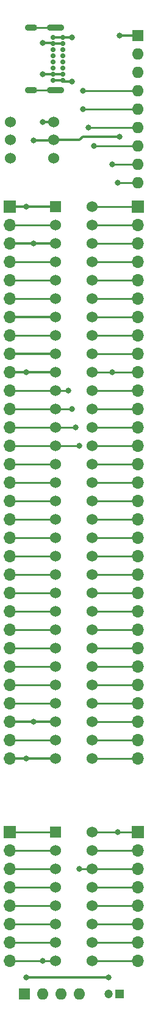
<source format=gbr>
G04 #@! TF.GenerationSoftware,KiCad,Pcbnew,(5.1.8)-1*
G04 #@! TF.CreationDate,2022-11-03T13:55:50-06:00*
G04 #@! TF.ProjectId,Breadboard Adapter,42726561-6462-46f6-9172-642041646170,rev?*
G04 #@! TF.SameCoordinates,Original*
G04 #@! TF.FileFunction,Copper,L1,Top*
G04 #@! TF.FilePolarity,Positive*
%FSLAX46Y46*%
G04 Gerber Fmt 4.6, Leading zero omitted, Abs format (unit mm)*
G04 Created by KiCad (PCBNEW (5.1.8)-1) date 2022-11-03 13:55:50*
%MOMM*%
%LPD*%
G01*
G04 APERTURE LIST*
G04 #@! TA.AperFunction,ComponentPad*
%ADD10O,1.700000X1.700000*%
G04 #@! TD*
G04 #@! TA.AperFunction,ComponentPad*
%ADD11R,1.700000X1.700000*%
G04 #@! TD*
G04 #@! TA.AperFunction,ComponentPad*
%ADD12C,1.524000*%
G04 #@! TD*
G04 #@! TA.AperFunction,ComponentPad*
%ADD13O,1.600000X1.600000*%
G04 #@! TD*
G04 #@! TA.AperFunction,ComponentPad*
%ADD14R,1.600000X1.600000*%
G04 #@! TD*
G04 #@! TA.AperFunction,ComponentPad*
%ADD15R,1.524000X1.524000*%
G04 #@! TD*
G04 #@! TA.AperFunction,ComponentPad*
%ADD16O,1.700000X0.900000*%
G04 #@! TD*
G04 #@! TA.AperFunction,ComponentPad*
%ADD17O,2.400000X0.900000*%
G04 #@! TD*
G04 #@! TA.AperFunction,ComponentPad*
%ADD18C,0.700000*%
G04 #@! TD*
G04 #@! TA.AperFunction,ComponentPad*
%ADD19C,1.200000*%
G04 #@! TD*
G04 #@! TA.AperFunction,ComponentPad*
%ADD20R,1.200000X1.200000*%
G04 #@! TD*
G04 #@! TA.AperFunction,ViaPad*
%ADD21C,0.800000*%
G04 #@! TD*
G04 #@! TA.AperFunction,Conductor*
%ADD22C,0.250000*%
G04 #@! TD*
G04 #@! TA.AperFunction,Conductor*
%ADD23C,0.330200*%
G04 #@! TD*
G04 APERTURE END LIST*
D10*
G04 #@! TO.P,J6,8*
G04 #@! TO.N,/SPK_OUT*
X111760000Y-142240000D03*
G04 #@! TO.P,J6,7*
G04 #@! TO.N,/SPK_GO*
X111760000Y-139700000D03*
G04 #@! TO.P,J6,6*
G04 #@! TO.N,/HF_PCLK*
X111760000Y-137160000D03*
G04 #@! TO.P,J6,5*
G04 #@! TO.N,/DRQ0*
X111760000Y-134620000D03*
G04 #@! TO.P,J6,4*
G04 #@! TO.N,/HOLDA*
X111760000Y-132080000D03*
G04 #@! TO.P,J6,3*
G04 #@! TO.N,/HOLD*
X111760000Y-129540000D03*
G04 #@! TO.P,J6,2*
G04 #@! TO.N,/READY*
X111760000Y-127000000D03*
D11*
G04 #@! TO.P,J6,1*
G04 #@! TO.N,/RESET*
X111760000Y-124460000D03*
G04 #@! TD*
D10*
G04 #@! TO.P,J5,8*
G04 #@! TO.N,/NMI*
X93980000Y-142240000D03*
G04 #@! TO.P,J5,7*
G04 #@! TO.N,/PIN7*
X93980000Y-139700000D03*
G04 #@! TO.P,J5,6*
G04 #@! TO.N,/IO_008X*
X93980000Y-137160000D03*
G04 #@! TO.P,J5,5*
G04 #@! TO.N,/IO_006X*
X93980000Y-134620000D03*
G04 #@! TO.P,J5,4*
G04 #@! TO.N,/IO_004X*
X93980000Y-132080000D03*
G04 #@! TO.P,J5,3*
G04 #@! TO.N,/IO_002X*
X93980000Y-129540000D03*
G04 #@! TO.P,J5,2*
G04 #@! TO.N,/IO_000X*
X93980000Y-127000000D03*
D11*
G04 #@! TO.P,J5,1*
G04 #@! TO.N,/IRQ1*
X93980000Y-124460000D03*
G04 #@! TD*
D10*
G04 #@! TO.P,J4,31*
G04 #@! TO.N,/A0*
X111760000Y-114300000D03*
G04 #@! TO.P,J4,30*
G04 #@! TO.N,/A1*
X111760000Y-111760000D03*
G04 #@! TO.P,J4,29*
G04 #@! TO.N,/A2*
X111760000Y-109220000D03*
G04 #@! TO.P,J4,28*
G04 #@! TO.N,/A3*
X111760000Y-106680000D03*
G04 #@! TO.P,J4,27*
G04 #@! TO.N,/A4*
X111760000Y-104140000D03*
G04 #@! TO.P,J4,26*
G04 #@! TO.N,/A5*
X111760000Y-101600000D03*
G04 #@! TO.P,J4,25*
G04 #@! TO.N,/A6*
X111760000Y-99060000D03*
G04 #@! TO.P,J4,24*
G04 #@! TO.N,/A7*
X111760000Y-96520000D03*
G04 #@! TO.P,J4,23*
G04 #@! TO.N,/A8*
X111760000Y-93980000D03*
G04 #@! TO.P,J4,22*
G04 #@! TO.N,/A9*
X111760000Y-91440000D03*
G04 #@! TO.P,J4,21*
G04 #@! TO.N,/A10*
X111760000Y-88900000D03*
G04 #@! TO.P,J4,20*
G04 #@! TO.N,/A11*
X111760000Y-86360000D03*
G04 #@! TO.P,J4,19*
G04 #@! TO.N,/A12*
X111760000Y-83820000D03*
G04 #@! TO.P,J4,18*
G04 #@! TO.N,/A13*
X111760000Y-81280000D03*
G04 #@! TO.P,J4,17*
G04 #@! TO.N,/A14*
X111760000Y-78740000D03*
G04 #@! TO.P,J4,16*
G04 #@! TO.N,/A15*
X111760000Y-76200000D03*
G04 #@! TO.P,J4,15*
G04 #@! TO.N,/A16*
X111760000Y-73660000D03*
G04 #@! TO.P,J4,14*
G04 #@! TO.N,/A17*
X111760000Y-71120000D03*
G04 #@! TO.P,J4,13*
G04 #@! TO.N,/A18*
X111760000Y-68580000D03*
G04 #@! TO.P,J4,12*
G04 #@! TO.N,/A19*
X111760000Y-66040000D03*
G04 #@! TO.P,J4,11*
G04 #@! TO.N,/AEN*
X111760000Y-63500000D03*
G04 #@! TO.P,J4,10*
G04 #@! TO.N,/RDY1*
X111760000Y-60960000D03*
G04 #@! TO.P,J4,9*
G04 #@! TO.N,/D0*
X111760000Y-58420000D03*
G04 #@! TO.P,J4,8*
G04 #@! TO.N,/D1*
X111760000Y-55880000D03*
G04 #@! TO.P,J4,7*
G04 #@! TO.N,/D2*
X111760000Y-53340000D03*
G04 #@! TO.P,J4,6*
G04 #@! TO.N,/D3*
X111760000Y-50800000D03*
G04 #@! TO.P,J4,5*
G04 #@! TO.N,/D4*
X111760000Y-48260000D03*
G04 #@! TO.P,J4,4*
G04 #@! TO.N,/D5*
X111760000Y-45720000D03*
G04 #@! TO.P,J4,3*
G04 #@! TO.N,/D6*
X111760000Y-43180000D03*
G04 #@! TO.P,J4,2*
G04 #@! TO.N,/D7*
X111760000Y-40640000D03*
D11*
G04 #@! TO.P,J4,1*
G04 #@! TO.N,/CH_CK*
X111760000Y-38100000D03*
G04 #@! TD*
D10*
G04 #@! TO.P,J3,31*
G04 #@! TO.N,/GND*
X93980000Y-114300000D03*
G04 #@! TO.P,J3,30*
G04 #@! TO.N,/OSC88*
X93980000Y-111760000D03*
G04 #@! TO.P,J3,29*
G04 #@! TO.N,/5+*
X93980000Y-109220000D03*
G04 #@! TO.P,J3,28*
G04 #@! TO.N,/ALE*
X93980000Y-106680000D03*
G04 #@! TO.P,J3,27*
G04 #@! TO.N,/TC*
X93980000Y-104140000D03*
G04 #@! TO.P,J3,26*
G04 #@! TO.N,/DACK2*
X93980000Y-101600000D03*
G04 #@! TO.P,J3,25*
G04 #@! TO.N,/IRQ3*
X93980000Y-99060000D03*
G04 #@! TO.P,J3,24*
G04 #@! TO.N,/IRQ4*
X93980000Y-96520000D03*
G04 #@! TO.P,J3,23*
G04 #@! TO.N,/IRQ5*
X93980000Y-93980000D03*
G04 #@! TO.P,J3,22*
G04 #@! TO.N,/IRQ6*
X93980000Y-91440000D03*
G04 #@! TO.P,J3,21*
G04 #@! TO.N,/IRQ7*
X93980000Y-88900000D03*
G04 #@! TO.P,J3,20*
G04 #@! TO.N,/CLK88*
X93980000Y-86360000D03*
G04 #@! TO.P,J3,19*
G04 #@! TO.N,/REFRQ*
X93980000Y-83820000D03*
G04 #@! TO.P,J3,18*
G04 #@! TO.N,/DRQ1*
X93980000Y-81280000D03*
G04 #@! TO.P,J3,17*
G04 #@! TO.N,/DACK1*
X93980000Y-78740000D03*
G04 #@! TO.P,J3,16*
G04 #@! TO.N,/DRQ3*
X93980000Y-76200000D03*
G04 #@! TO.P,J3,15*
G04 #@! TO.N,/DACK3*
X93980000Y-73660000D03*
G04 #@! TO.P,J3,14*
G04 #@! TO.N,/IORD*
X93980000Y-71120000D03*
G04 #@! TO.P,J3,13*
G04 #@! TO.N,/IOWR*
X93980000Y-68580000D03*
G04 #@! TO.P,J3,12*
G04 #@! TO.N,/MRD*
X93980000Y-66040000D03*
G04 #@! TO.P,J3,11*
G04 #@! TO.N,/MWR*
X93980000Y-63500000D03*
G04 #@! TO.P,J3,10*
G04 #@! TO.N,/GND*
X93980000Y-60960000D03*
G04 #@! TO.P,J3,9*
G04 #@! TO.N,/12+*
X93980000Y-58420000D03*
G04 #@! TO.P,J3,8*
G04 #@! TO.N,/NC*
X93980000Y-55880000D03*
G04 #@! TO.P,J3,7*
G04 #@! TO.N,/12-*
X93980000Y-53340000D03*
G04 #@! TO.P,J3,6*
G04 #@! TO.N,/DRQ2*
X93980000Y-50800000D03*
G04 #@! TO.P,J3,5*
G04 #@! TO.N,/5-*
X93980000Y-48260000D03*
G04 #@! TO.P,J3,4*
G04 #@! TO.N,/IRQ2*
X93980000Y-45720000D03*
G04 #@! TO.P,J3,3*
G04 #@! TO.N,/5+*
X93980000Y-43180000D03*
G04 #@! TO.P,J3,2*
G04 #@! TO.N,/RESOUT*
X93980000Y-40640000D03*
D11*
G04 #@! TO.P,J3,1*
G04 #@! TO.N,/GND*
X93980000Y-38100000D03*
G04 #@! TD*
D12*
G04 #@! TO.P,SW1,6*
G04 #@! TO.N,Net-(SW1-Pad6)*
X94076000Y-31416000D03*
G04 #@! TO.P,SW1,5*
G04 #@! TO.N,Net-(SW1-Pad5)*
X94076000Y-28916000D03*
G04 #@! TO.P,SW1,4*
G04 #@! TO.N,Net-(SW1-Pad4)*
X94076000Y-26416000D03*
G04 #@! TO.P,SW1,3*
G04 #@! TO.N,/POWER_SUPPLY*
X100076000Y-26416000D03*
G04 #@! TO.P,SW1,2*
G04 #@! TO.N,/5+*
X100076000Y-28916000D03*
G04 #@! TO.P,SW1,1*
G04 #@! TO.N,Net-(SW1-Pad1)*
X100076000Y-31416000D03*
G04 #@! TD*
D13*
G04 #@! TO.P,RN2,4*
G04 #@! TO.N,/HOLD*
X103632000Y-146812000D03*
G04 #@! TO.P,RN2,3*
G04 #@! TO.N,Net-(RN2-Pad3)*
X101092000Y-146812000D03*
G04 #@! TO.P,RN2,2*
G04 #@! TO.N,/NMI*
X98552000Y-146812000D03*
D14*
G04 #@! TO.P,RN2,1*
G04 #@! TO.N,/GND*
X96012000Y-146812000D03*
G04 #@! TD*
D13*
G04 #@! TO.P,RN1,9*
G04 #@! TO.N,/RESET*
X111760000Y-34798000D03*
G04 #@! TO.P,RN1,8*
G04 #@! TO.N,/RDY1*
X111760000Y-32258000D03*
G04 #@! TO.P,RN1,7*
G04 #@! TO.N,/IORD*
X111760000Y-29718000D03*
G04 #@! TO.P,RN1,6*
G04 #@! TO.N,/IOWR*
X111760000Y-27178000D03*
G04 #@! TO.P,RN1,5*
G04 #@! TO.N,/MRD*
X111760000Y-24638000D03*
G04 #@! TO.P,RN1,4*
G04 #@! TO.N,/MWR*
X111760000Y-22098000D03*
G04 #@! TO.P,RN1,3*
G04 #@! TO.N,Net-(RN1-Pad3)*
X111760000Y-19558000D03*
G04 #@! TO.P,RN1,2*
G04 #@! TO.N,Net-(RN1-Pad2)*
X111760000Y-17018000D03*
D14*
G04 #@! TO.P,RN1,1*
G04 #@! TO.N,/5+*
X111760000Y-14478000D03*
G04 #@! TD*
D12*
G04 #@! TO.P,J9,62*
G04 #@! TO.N,/A0*
X105410000Y-114300000D03*
G04 #@! TO.P,J9,61*
G04 #@! TO.N,/A1*
X105410000Y-111760000D03*
G04 #@! TO.P,J9,60*
G04 #@! TO.N,/A2*
X105410000Y-109220000D03*
G04 #@! TO.P,J9,59*
G04 #@! TO.N,/A3*
X105410000Y-106680000D03*
G04 #@! TO.P,J9,58*
G04 #@! TO.N,/A4*
X105410000Y-104140000D03*
G04 #@! TO.P,J9,57*
G04 #@! TO.N,/A5*
X105410000Y-101600000D03*
G04 #@! TO.P,J9,56*
G04 #@! TO.N,/A6*
X105410000Y-99060000D03*
G04 #@! TO.P,J9,55*
G04 #@! TO.N,/A7*
X105410000Y-96520000D03*
G04 #@! TO.P,J9,54*
G04 #@! TO.N,/A8*
X105410000Y-93980000D03*
G04 #@! TO.P,J9,53*
G04 #@! TO.N,/A9*
X105410000Y-91440000D03*
G04 #@! TO.P,J9,52*
G04 #@! TO.N,/A10*
X105410000Y-88900000D03*
G04 #@! TO.P,J9,51*
G04 #@! TO.N,/A11*
X105410000Y-86360000D03*
G04 #@! TO.P,J9,50*
G04 #@! TO.N,/A12*
X105410000Y-83820000D03*
G04 #@! TO.P,J9,49*
G04 #@! TO.N,/A13*
X105410000Y-81280000D03*
G04 #@! TO.P,J9,48*
G04 #@! TO.N,/A14*
X105410000Y-78740000D03*
G04 #@! TO.P,J9,47*
G04 #@! TO.N,/A15*
X105410000Y-76200000D03*
G04 #@! TO.P,J9,46*
G04 #@! TO.N,/A16*
X105410000Y-73660000D03*
G04 #@! TO.P,J9,45*
G04 #@! TO.N,/A17*
X105410000Y-71120000D03*
G04 #@! TO.P,J9,44*
G04 #@! TO.N,/A18*
X105410000Y-68580000D03*
G04 #@! TO.P,J9,43*
G04 #@! TO.N,/A19*
X105410000Y-66040000D03*
G04 #@! TO.P,J9,42*
G04 #@! TO.N,/AEN*
X105410000Y-63500000D03*
G04 #@! TO.P,J9,41*
G04 #@! TO.N,/RDY1*
X105410000Y-60960000D03*
G04 #@! TO.P,J9,40*
G04 #@! TO.N,/D0*
X105410000Y-58420000D03*
G04 #@! TO.P,J9,39*
G04 #@! TO.N,/D1*
X105410000Y-55880000D03*
G04 #@! TO.P,J9,38*
G04 #@! TO.N,/D2*
X105410000Y-53340000D03*
G04 #@! TO.P,J9,37*
G04 #@! TO.N,/D3*
X105410000Y-50800000D03*
G04 #@! TO.P,J9,36*
G04 #@! TO.N,/D4*
X105410000Y-48260000D03*
G04 #@! TO.P,J9,35*
G04 #@! TO.N,/D5*
X105410000Y-45720000D03*
G04 #@! TO.P,J9,34*
G04 #@! TO.N,/D6*
X105410000Y-43180000D03*
G04 #@! TO.P,J9,33*
G04 #@! TO.N,/D7*
X105410000Y-40640000D03*
G04 #@! TO.P,J9,32*
G04 #@! TO.N,/CH_CK*
X105410000Y-38100000D03*
G04 #@! TO.P,J9,31*
G04 #@! TO.N,/GND*
X100330000Y-114300000D03*
G04 #@! TO.P,J9,30*
G04 #@! TO.N,/OSC88*
X100330000Y-111760000D03*
G04 #@! TO.P,J9,29*
G04 #@! TO.N,/5+*
X100330000Y-109220000D03*
G04 #@! TO.P,J9,28*
G04 #@! TO.N,/ALE*
X100330000Y-106680000D03*
G04 #@! TO.P,J9,27*
G04 #@! TO.N,/TC*
X100330000Y-104140000D03*
G04 #@! TO.P,J9,26*
G04 #@! TO.N,/DACK2*
X100330000Y-101600000D03*
G04 #@! TO.P,J9,25*
G04 #@! TO.N,/IRQ3*
X100330000Y-99060000D03*
G04 #@! TO.P,J9,24*
G04 #@! TO.N,/IRQ4*
X100330000Y-96520000D03*
G04 #@! TO.P,J9,23*
G04 #@! TO.N,/IRQ5*
X100330000Y-93980000D03*
G04 #@! TO.P,J9,22*
G04 #@! TO.N,/IRQ6*
X100330000Y-91440000D03*
G04 #@! TO.P,J9,21*
G04 #@! TO.N,/IRQ7*
X100330000Y-88900000D03*
G04 #@! TO.P,J9,20*
G04 #@! TO.N,/CLK88*
X100330000Y-86360000D03*
G04 #@! TO.P,J9,19*
G04 #@! TO.N,/REFRQ*
X100330000Y-83820000D03*
G04 #@! TO.P,J9,18*
G04 #@! TO.N,/DRQ1*
X100330000Y-81280000D03*
G04 #@! TO.P,J9,17*
G04 #@! TO.N,/DACK1*
X100330000Y-78740000D03*
G04 #@! TO.P,J9,16*
G04 #@! TO.N,/DRQ3*
X100330000Y-76200000D03*
G04 #@! TO.P,J9,15*
G04 #@! TO.N,/DACK3*
X100330000Y-73660000D03*
G04 #@! TO.P,J9,14*
G04 #@! TO.N,/IORD*
X100330000Y-71120000D03*
G04 #@! TO.P,J9,13*
G04 #@! TO.N,/IOWR*
X100330000Y-68580000D03*
G04 #@! TO.P,J9,12*
G04 #@! TO.N,/MRD*
X100330000Y-66040000D03*
G04 #@! TO.P,J9,11*
G04 #@! TO.N,/MWR*
X100330000Y-63500000D03*
G04 #@! TO.P,J9,10*
G04 #@! TO.N,/GND*
X100330000Y-60960000D03*
G04 #@! TO.P,J9,9*
G04 #@! TO.N,/12+*
X100330000Y-58420000D03*
G04 #@! TO.P,J9,8*
G04 #@! TO.N,/NC*
X100330000Y-55880000D03*
G04 #@! TO.P,J9,7*
G04 #@! TO.N,/12-*
X100330000Y-53340000D03*
G04 #@! TO.P,J9,6*
G04 #@! TO.N,/DRQ2*
X100330000Y-50800000D03*
G04 #@! TO.P,J9,5*
G04 #@! TO.N,/5-*
X100330000Y-48260000D03*
G04 #@! TO.P,J9,4*
G04 #@! TO.N,/IRQ2*
X100330000Y-45720000D03*
G04 #@! TO.P,J9,3*
G04 #@! TO.N,/5+*
X100330000Y-43180000D03*
G04 #@! TO.P,J9,2*
G04 #@! TO.N,/RESOUT*
X100330000Y-40640000D03*
D15*
G04 #@! TO.P,J9,1*
G04 #@! TO.N,/GND*
X100330000Y-38100000D03*
G04 #@! TD*
D16*
G04 #@! TO.P,J2,S1*
G04 #@! TO.N,Net-(J2-PadS1)*
X96986000Y-22032000D03*
X96986000Y-13382000D03*
D17*
X100366000Y-22032000D03*
X100366000Y-13382000D03*
D18*
G04 #@! TO.P,J2,B6*
G04 #@! TO.N,Net-(J2-PadB6)*
X99996000Y-18132000D03*
G04 #@! TO.P,J2,B1*
G04 #@! TO.N,/GND*
X99996000Y-20682000D03*
G04 #@! TO.P,J2,B4*
G04 #@! TO.N,/POWER_SUPPLY*
X99996000Y-19832000D03*
G04 #@! TO.P,J2,B5*
G04 #@! TO.N,Net-(J2-PadB5)*
X99996000Y-18982000D03*
G04 #@! TO.P,J2,B12*
G04 #@! TO.N,/GND*
X99996000Y-14732000D03*
G04 #@! TO.P,J2,B8*
G04 #@! TO.N,Net-(J2-PadB8)*
X99996000Y-16432000D03*
G04 #@! TO.P,J2,B7*
G04 #@! TO.N,Net-(J2-PadB7)*
X99996000Y-17282000D03*
G04 #@! TO.P,J2,B9*
G04 #@! TO.N,/POWER_SUPPLY*
X99996000Y-15582000D03*
G04 #@! TO.P,J2,A12*
G04 #@! TO.N,/GND*
X101346000Y-20682000D03*
G04 #@! TO.P,J2,A9*
G04 #@! TO.N,/POWER_SUPPLY*
X101346000Y-19832000D03*
G04 #@! TO.P,J2,A8*
G04 #@! TO.N,Net-(J2-PadA8)*
X101346000Y-18982000D03*
G04 #@! TO.P,J2,A7*
G04 #@! TO.N,Net-(J2-PadA7)*
X101346000Y-18132000D03*
G04 #@! TO.P,J2,A6*
G04 #@! TO.N,Net-(J2-PadA6)*
X101346000Y-17282000D03*
G04 #@! TO.P,J2,A5*
G04 #@! TO.N,Net-(J2-PadA5)*
X101346000Y-16432000D03*
G04 #@! TO.P,J2,A4*
G04 #@! TO.N,/POWER_SUPPLY*
X101346000Y-15582000D03*
G04 #@! TO.P,J2,A1*
G04 #@! TO.N,/GND*
X101346000Y-14732000D03*
G04 #@! TD*
D12*
G04 #@! TO.P,J1,16*
G04 #@! TO.N,/RESET*
X105410000Y-124460000D03*
G04 #@! TO.P,J1,15*
G04 #@! TO.N,/READY*
X105410000Y-127000000D03*
D15*
G04 #@! TO.P,J1,1*
G04 #@! TO.N,/IRQ1*
X100330000Y-124460000D03*
D12*
G04 #@! TO.P,J1,2*
G04 #@! TO.N,/IO_000X*
X100330000Y-127000000D03*
G04 #@! TO.P,J1,3*
G04 #@! TO.N,/IO_002X*
X100330000Y-129540000D03*
G04 #@! TO.P,J1,4*
G04 #@! TO.N,/IO_004X*
X100330000Y-132080000D03*
G04 #@! TO.P,J1,5*
G04 #@! TO.N,/IO_006X*
X100330000Y-134620000D03*
G04 #@! TO.P,J1,6*
G04 #@! TO.N,/IO_008X*
X100330000Y-137160000D03*
G04 #@! TO.P,J1,7*
G04 #@! TO.N,/PIN7*
X100330000Y-139700000D03*
G04 #@! TO.P,J1,8*
G04 #@! TO.N,/NMI*
X100330000Y-142240000D03*
G04 #@! TO.P,J1,9*
G04 #@! TO.N,/SPK_OUT*
X105410000Y-142240000D03*
G04 #@! TO.P,J1,10*
G04 #@! TO.N,/SPK_GO*
X105410000Y-139700000D03*
G04 #@! TO.P,J1,11*
G04 #@! TO.N,/HF_PCLK*
X105410000Y-137160000D03*
G04 #@! TO.P,J1,12*
G04 #@! TO.N,/DRQ0*
X105410000Y-134620000D03*
G04 #@! TO.P,J1,13*
G04 #@! TO.N,/HOLDA*
X105410000Y-132080000D03*
G04 #@! TO.P,J1,14*
G04 #@! TO.N,/HOLD*
X105410000Y-129540000D03*
G04 #@! TD*
D19*
G04 #@! TO.P,C1,2*
G04 #@! TO.N,/GND*
X107696000Y-146812000D03*
D20*
G04 #@! TO.P,C1,1*
G04 #@! TO.N,/RESET*
X109196000Y-146812000D03*
G04 #@! TD*
D21*
G04 #@! TO.N,/RESET*
X108966000Y-34798000D03*
X108966000Y-124460000D03*
G04 #@! TO.N,/GND*
X102616000Y-14732000D03*
X102616000Y-20828000D03*
X96266000Y-38100000D03*
X96266000Y-114300000D03*
X96266000Y-60960000D03*
X96266000Y-144526000D03*
X107696000Y-144526000D03*
G04 #@! TO.N,/NMI*
X98552000Y-142240000D03*
G04 #@! TO.N,/HOLD*
X103632000Y-129540000D03*
G04 #@! TO.N,/POWER_SUPPLY*
X98552000Y-26416000D03*
X98552000Y-19812000D03*
X98552000Y-15494000D03*
G04 #@! TO.N,/RDY1*
X108204000Y-60960000D03*
X108204000Y-32258000D03*
G04 #@! TO.N,/5+*
X97282000Y-43180000D03*
X97282000Y-28956000D03*
X97282000Y-109220000D03*
X109220000Y-28448000D03*
X109220000Y-14478000D03*
G04 #@! TO.N,/IORD*
X103632000Y-71120000D03*
X105664000Y-29718000D03*
G04 #@! TO.N,/IOWR*
X103124000Y-68580000D03*
X104902000Y-27178000D03*
G04 #@! TO.N,/MRD*
X102616000Y-66040000D03*
X104140000Y-24638000D03*
G04 #@! TO.N,/MWR*
X102108000Y-63500000D03*
X104140000Y-22098000D03*
G04 #@! TD*
D22*
G04 #@! TO.N,/RESET*
X105410000Y-124460000D02*
X111760000Y-124460000D01*
X111760000Y-34798000D02*
X108966000Y-34798000D01*
D23*
G04 #@! TO.N,/GND*
X93980000Y-38100000D02*
X96266000Y-38100000D01*
X100330000Y-60960000D02*
X93980000Y-60960000D01*
X93980000Y-114300000D02*
X100330000Y-114300000D01*
X102616000Y-14732000D02*
X101346000Y-14732000D01*
X101346000Y-14732000D02*
X99996000Y-14732000D01*
X101492000Y-20828000D02*
X101346000Y-20682000D01*
X102616000Y-20828000D02*
X101492000Y-20828000D01*
X101346000Y-20682000D02*
X99996000Y-20682000D01*
X99996000Y-20682000D02*
X99968000Y-20682000D01*
X96266000Y-38100000D02*
X100330000Y-38100000D01*
X96266000Y-144526000D02*
X107696000Y-144526000D01*
X107696000Y-144526000D02*
X107696000Y-144526000D01*
D22*
G04 #@! TO.N,/READY*
X111760000Y-127000000D02*
X105410000Y-127000000D01*
G04 #@! TO.N,/IRQ1*
X93980000Y-124460000D02*
X100330000Y-124460000D01*
G04 #@! TO.N,/IO_000X*
X100330000Y-127000000D02*
X93980000Y-127000000D01*
G04 #@! TO.N,/IO_002X*
X93980000Y-129540000D02*
X100330000Y-129540000D01*
G04 #@! TO.N,/IO_004X*
X100330000Y-132080000D02*
X93980000Y-132080000D01*
G04 #@! TO.N,/IO_006X*
X93980000Y-134620000D02*
X100330000Y-134620000D01*
G04 #@! TO.N,/IO_008X*
X100330000Y-137160000D02*
X93980000Y-137160000D01*
G04 #@! TO.N,/NMI*
X100330000Y-142240000D02*
X93980000Y-142240000D01*
G04 #@! TO.N,/SPK_OUT*
X111760000Y-142240000D02*
X105410000Y-142240000D01*
G04 #@! TO.N,/SPK_GO*
X105410000Y-139700000D02*
X111760000Y-139700000D01*
G04 #@! TO.N,/HF_PCLK*
X111760000Y-137160000D02*
X105410000Y-137160000D01*
G04 #@! TO.N,/DRQ0*
X105410000Y-134620000D02*
X111760000Y-134620000D01*
G04 #@! TO.N,/HOLDA*
X111760000Y-132080000D02*
X105410000Y-132080000D01*
G04 #@! TO.N,/HOLD*
X105410000Y-129540000D02*
X111760000Y-129540000D01*
X105410000Y-129540000D02*
X104140000Y-129540000D01*
X104140000Y-129540000D02*
X103632000Y-129540000D01*
G04 #@! TO.N,Net-(J2-PadS1)*
X100366000Y-22032000D02*
X96986000Y-22032000D01*
X96986000Y-13382000D02*
X100366000Y-13382000D01*
D23*
G04 #@! TO.N,/POWER_SUPPLY*
X99996000Y-19832000D02*
X101346000Y-19832000D01*
X99996000Y-15582000D02*
X101346000Y-15582000D01*
X98552000Y-15748000D02*
X98552000Y-15748000D01*
X98552000Y-26416000D02*
X100076000Y-26416000D01*
X99996000Y-19832000D02*
X98572000Y-19832000D01*
X99908000Y-15494000D02*
X98552000Y-15494000D01*
X99996000Y-15582000D02*
X99908000Y-15494000D01*
D22*
G04 #@! TO.N,/A0*
X105410000Y-114300000D02*
X111760000Y-114300000D01*
G04 #@! TO.N,/A1*
X111760000Y-111760000D02*
X105410000Y-111760000D01*
G04 #@! TO.N,/A2*
X105410000Y-109220000D02*
X111760000Y-109220000D01*
G04 #@! TO.N,/A3*
X111760000Y-106680000D02*
X105410000Y-106680000D01*
G04 #@! TO.N,/A4*
X105410000Y-104140000D02*
X111760000Y-104140000D01*
G04 #@! TO.N,/A5*
X111760000Y-101600000D02*
X105410000Y-101600000D01*
G04 #@! TO.N,/A6*
X105410000Y-99060000D02*
X111760000Y-99060000D01*
G04 #@! TO.N,/A7*
X111760000Y-96520000D02*
X105410000Y-96520000D01*
G04 #@! TO.N,/A8*
X105410000Y-93980000D02*
X111760000Y-93980000D01*
G04 #@! TO.N,/A9*
X111760000Y-91440000D02*
X105410000Y-91440000D01*
G04 #@! TO.N,/A10*
X105410000Y-88900000D02*
X111760000Y-88900000D01*
G04 #@! TO.N,/A11*
X111760000Y-86360000D02*
X105410000Y-86360000D01*
G04 #@! TO.N,/A12*
X105410000Y-83820000D02*
X111760000Y-83820000D01*
G04 #@! TO.N,/A13*
X111760000Y-81280000D02*
X105410000Y-81280000D01*
G04 #@! TO.N,/A14*
X105410000Y-78740000D02*
X111760000Y-78740000D01*
G04 #@! TO.N,/A15*
X111760000Y-76200000D02*
X105410000Y-76200000D01*
G04 #@! TO.N,/A16*
X105410000Y-73660000D02*
X111760000Y-73660000D01*
G04 #@! TO.N,/A17*
X111760000Y-71120000D02*
X105410000Y-71120000D01*
G04 #@! TO.N,/A18*
X105410000Y-68580000D02*
X111760000Y-68580000D01*
G04 #@! TO.N,/A19*
X111760000Y-66040000D02*
X105410000Y-66040000D01*
G04 #@! TO.N,/AEN*
X105410000Y-63500000D02*
X111760000Y-63500000D01*
G04 #@! TO.N,/RDY1*
X111760000Y-60960000D02*
X105410000Y-60960000D01*
X108966000Y-32258000D02*
X108966000Y-32258000D01*
X111760000Y-32258000D02*
X108204000Y-32258000D01*
G04 #@! TO.N,/D0*
X105410000Y-58420000D02*
X111760000Y-58420000D01*
G04 #@! TO.N,/D1*
X111760000Y-55880000D02*
X105410000Y-55880000D01*
G04 #@! TO.N,/D2*
X105410000Y-53340000D02*
X111760000Y-53340000D01*
G04 #@! TO.N,/D3*
X111760000Y-50800000D02*
X105410000Y-50800000D01*
G04 #@! TO.N,/D4*
X105410000Y-48260000D02*
X111760000Y-48260000D01*
G04 #@! TO.N,/D5*
X111760000Y-45720000D02*
X105410000Y-45720000D01*
G04 #@! TO.N,/D6*
X105410000Y-43180000D02*
X111760000Y-43180000D01*
G04 #@! TO.N,/D7*
X111760000Y-40640000D02*
X105410000Y-40640000D01*
G04 #@! TO.N,/CH_CK*
X105410000Y-38100000D02*
X111760000Y-38100000D01*
G04 #@! TO.N,/OSC88*
X100330000Y-111760000D02*
X93980000Y-111760000D01*
D23*
G04 #@! TO.N,/5+*
X93980000Y-43180000D02*
X97282000Y-43180000D01*
X93980000Y-109220000D02*
X100330000Y-109220000D01*
X97282000Y-43180000D02*
X100330000Y-43180000D01*
X100036000Y-28956000D02*
X100076000Y-28916000D01*
X97282000Y-28956000D02*
X100036000Y-28956000D01*
X100076000Y-28916000D02*
X103672000Y-28916000D01*
X103672000Y-28916000D02*
X104140000Y-28448000D01*
X104140000Y-28448000D02*
X109220000Y-28448000D01*
X109220000Y-28448000D02*
X109220000Y-28448000D01*
X111760000Y-14478000D02*
X109220000Y-14478000D01*
D22*
G04 #@! TO.N,/ALE*
X100330000Y-106680000D02*
X93980000Y-106680000D01*
G04 #@! TO.N,/TC*
X93980000Y-104140000D02*
X100330000Y-104140000D01*
G04 #@! TO.N,/DACK2*
X100330000Y-101600000D02*
X93980000Y-101600000D01*
G04 #@! TO.N,/IRQ3*
X93980000Y-99060000D02*
X100330000Y-99060000D01*
G04 #@! TO.N,/IRQ4*
X100330000Y-96520000D02*
X93980000Y-96520000D01*
G04 #@! TO.N,/IRQ5*
X93980000Y-93980000D02*
X100330000Y-93980000D01*
G04 #@! TO.N,/IRQ6*
X100330000Y-91440000D02*
X93980000Y-91440000D01*
G04 #@! TO.N,/IRQ7*
X93980000Y-88900000D02*
X100330000Y-88900000D01*
G04 #@! TO.N,/CLK88*
X100330000Y-86360000D02*
X93980000Y-86360000D01*
G04 #@! TO.N,/REFRQ*
X93980000Y-83820000D02*
X100330000Y-83820000D01*
G04 #@! TO.N,/DRQ1*
X100330000Y-81280000D02*
X93980000Y-81280000D01*
G04 #@! TO.N,/DACK1*
X93980000Y-78740000D02*
X100330000Y-78740000D01*
G04 #@! TO.N,/DRQ3*
X100330000Y-76200000D02*
X93980000Y-76200000D01*
G04 #@! TO.N,/DACK3*
X93980000Y-73660000D02*
X100330000Y-73660000D01*
G04 #@! TO.N,/IORD*
X100330000Y-71120000D02*
X93980000Y-71120000D01*
X100330000Y-71120000D02*
X103632000Y-71120000D01*
X111760000Y-29718000D02*
X105664000Y-29718000D01*
G04 #@! TO.N,/IOWR*
X93980000Y-68580000D02*
X100330000Y-68580000D01*
X100330000Y-68580000D02*
X103124000Y-68580000D01*
X111760000Y-27178000D02*
X104902000Y-27178000D01*
G04 #@! TO.N,/MRD*
X100330000Y-66040000D02*
X93980000Y-66040000D01*
X100330000Y-66040000D02*
X102616000Y-66040000D01*
X102616000Y-66040000D02*
X102616000Y-66040000D01*
X111760000Y-24638000D02*
X104140000Y-24638000D01*
G04 #@! TO.N,/MWR*
X93980000Y-63500000D02*
X100330000Y-63500000D01*
X101854000Y-63500000D02*
X101854000Y-63500000D01*
X100330000Y-63500000D02*
X102108000Y-63500000D01*
X104140000Y-22098000D02*
X111760000Y-22098000D01*
D23*
G04 #@! TO.N,/12+*
X93980000Y-58420000D02*
X100330000Y-58420000D01*
D22*
G04 #@! TO.N,/NC*
X100330000Y-55880000D02*
X93980000Y-55880000D01*
D23*
G04 #@! TO.N,/12-*
X93980000Y-53340000D02*
X100330000Y-53340000D01*
D22*
G04 #@! TO.N,/DRQ2*
X100330000Y-50800000D02*
X93980000Y-50800000D01*
G04 #@! TO.N,/5-*
X93980000Y-48260000D02*
X100330000Y-48260000D01*
G04 #@! TO.N,/IRQ2*
X100330000Y-45720000D02*
X93980000Y-45720000D01*
G04 #@! TO.N,/RESOUT*
X100330000Y-40640000D02*
X93980000Y-40640000D01*
G04 #@! TO.N,/PIN7*
X93980000Y-139700000D02*
X100330000Y-139700000D01*
G04 #@! TD*
M02*

</source>
